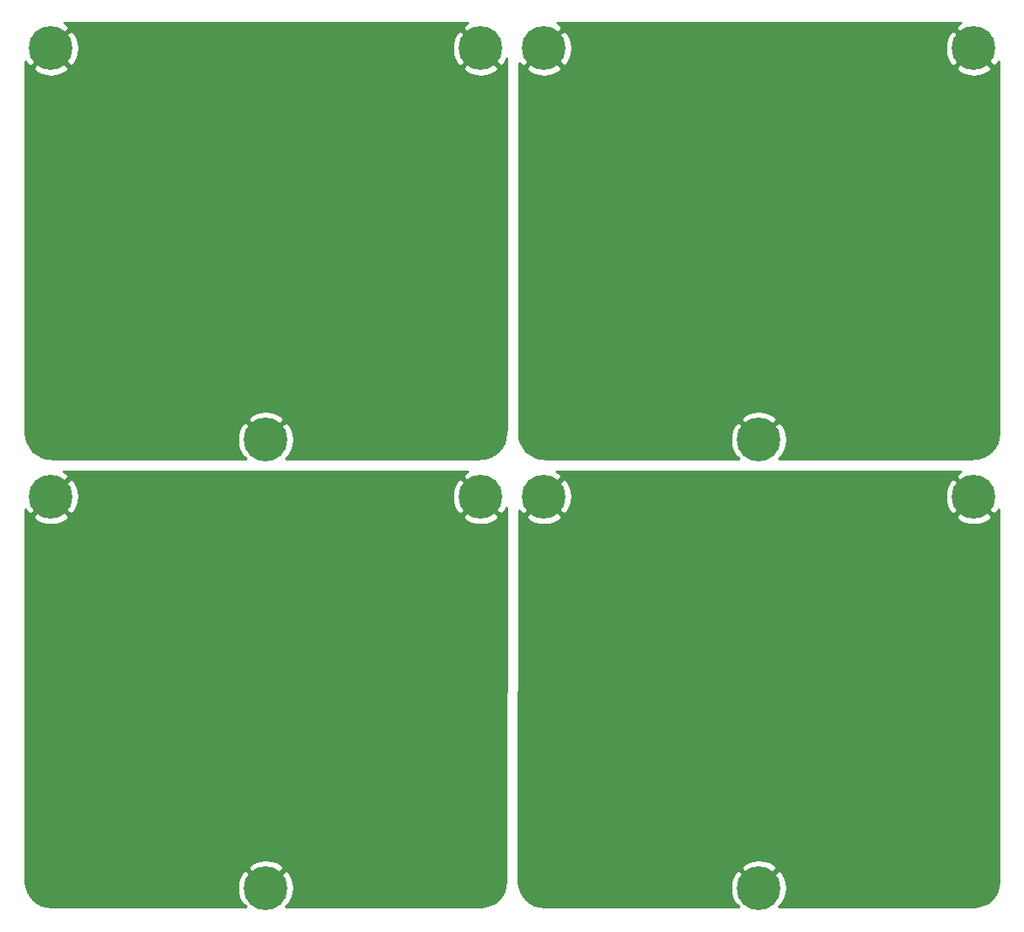
<source format=gbr>
G04 #@! TF.GenerationSoftware,KiCad,Pcbnew,5.1.5+dfsg1-2build2*
G04 #@! TF.CreationDate,2021-10-19T22:17:02+09:00*
G04 #@! TF.ProjectId,pcb,7063622e-6b69-4636-9164-5f7063625858,rev?*
G04 #@! TF.SameCoordinates,Original*
G04 #@! TF.FileFunction,Copper,L2,Bot*
G04 #@! TF.FilePolarity,Positive*
%FSLAX46Y46*%
G04 Gerber Fmt 4.6, Leading zero omitted, Abs format (unit mm)*
G04 Created by KiCad (PCBNEW 5.1.5+dfsg1-2build2) date 2021-10-19 22:17:02*
%MOMM*%
%LPD*%
G04 APERTURE LIST*
%ADD10C,4.400000*%
%ADD11C,0.700000*%
%ADD12C,0.254000*%
G04 APERTURE END LIST*
D10*
X158750000Y-53340000D03*
D11*
X160400000Y-53340000D03*
X159916726Y-54506726D03*
X158750000Y-54990000D03*
X157583274Y-54506726D03*
X157100000Y-53340000D03*
X157583274Y-52173274D03*
X158750000Y-51690000D03*
X159916726Y-52173274D03*
X116736726Y-97258274D03*
X115570000Y-96775000D03*
X114403274Y-97258274D03*
X113920000Y-98425000D03*
X114403274Y-99591726D03*
X115570000Y-100075000D03*
X116736726Y-99591726D03*
X117220000Y-98425000D03*
D10*
X115570000Y-98425000D03*
D11*
X159916726Y-97258274D03*
X158750000Y-96775000D03*
X157583274Y-97258274D03*
X157100000Y-98425000D03*
X157583274Y-99591726D03*
X158750000Y-100075000D03*
X159916726Y-99591726D03*
X160400000Y-98425000D03*
D10*
X158750000Y-98425000D03*
X137160000Y-137795000D03*
D11*
X138810000Y-137795000D03*
X138326726Y-138961726D03*
X137160000Y-139445000D03*
X135993274Y-138961726D03*
X135510000Y-137795000D03*
X135993274Y-136628274D03*
X137160000Y-136145000D03*
X138326726Y-136628274D03*
X88796726Y-136628274D03*
X87630000Y-136145000D03*
X86463274Y-136628274D03*
X85980000Y-137795000D03*
X86463274Y-138961726D03*
X87630000Y-139445000D03*
X88796726Y-138961726D03*
X89280000Y-137795000D03*
D10*
X87630000Y-137795000D03*
X109220000Y-98425000D03*
D11*
X110870000Y-98425000D03*
X110386726Y-99591726D03*
X109220000Y-100075000D03*
X108053274Y-99591726D03*
X107570000Y-98425000D03*
X108053274Y-97258274D03*
X109220000Y-96775000D03*
X110386726Y-97258274D03*
D10*
X66040000Y-98425000D03*
D11*
X67690000Y-98425000D03*
X67206726Y-99591726D03*
X66040000Y-100075000D03*
X64873274Y-99591726D03*
X64390000Y-98425000D03*
X64873274Y-97258274D03*
X66040000Y-96775000D03*
X67206726Y-97258274D03*
X138326726Y-91543274D03*
X137160000Y-91060000D03*
X135993274Y-91543274D03*
X135510000Y-92710000D03*
X135993274Y-93876726D03*
X137160000Y-94360000D03*
X138326726Y-93876726D03*
X138810000Y-92710000D03*
D10*
X137160000Y-92710000D03*
X115570000Y-53340000D03*
D11*
X117220000Y-53340000D03*
X116736726Y-54506726D03*
X115570000Y-54990000D03*
X114403274Y-54506726D03*
X113920000Y-53340000D03*
X114403274Y-52173274D03*
X115570000Y-51690000D03*
X116736726Y-52173274D03*
X67206726Y-52173274D03*
X66040000Y-51690000D03*
X64873274Y-52173274D03*
X64390000Y-53340000D03*
X64873274Y-54506726D03*
X66040000Y-54990000D03*
X67206726Y-54506726D03*
X67690000Y-53340000D03*
D10*
X66040000Y-53340000D03*
X87630000Y-92710000D03*
D11*
X89280000Y-92710000D03*
X88796726Y-93876726D03*
X87630000Y-94360000D03*
X86463274Y-93876726D03*
X85980000Y-92710000D03*
X86463274Y-91543274D03*
X87630000Y-91060000D03*
X88796726Y-91543274D03*
X110386726Y-52173274D03*
X109220000Y-51690000D03*
X108053274Y-52173274D03*
X107570000Y-53340000D03*
X108053274Y-54506726D03*
X109220000Y-54990000D03*
X110386726Y-54506726D03*
X110870000Y-53340000D03*
D10*
X109220000Y-53340000D03*
D12*
G36*
X107649976Y-50962982D02*
G01*
X107409830Y-51350225D01*
X109220000Y-53160395D01*
X109234143Y-53146253D01*
X109413748Y-53325858D01*
X109399605Y-53340000D01*
X111209775Y-55150170D01*
X111597018Y-54910024D01*
X111857641Y-54416123D01*
X111874190Y-54360504D01*
X111823254Y-91747380D01*
X111816638Y-91757043D01*
X111803473Y-91787758D01*
X111787471Y-91817107D01*
X111778159Y-91846820D01*
X111765894Y-91875436D01*
X111758945Y-91908129D01*
X111748950Y-91940021D01*
X111745587Y-91970974D01*
X111739113Y-92001431D01*
X111738150Y-92010596D01*
X111683998Y-92562883D01*
X111542307Y-93032186D01*
X111312161Y-93465028D01*
X111002323Y-93844927D01*
X110624600Y-94157406D01*
X110193373Y-94390569D01*
X109725073Y-94535532D01*
X109176877Y-94593150D01*
X109155595Y-94593150D01*
X109122810Y-94599642D01*
X109089557Y-94603019D01*
X109059777Y-94612123D01*
X109045248Y-94615000D01*
X89714608Y-94615000D01*
X89619777Y-94520169D01*
X90007018Y-94280024D01*
X90267641Y-93786123D01*
X90426901Y-93250867D01*
X90478678Y-92694826D01*
X90420981Y-92139368D01*
X90256028Y-91605839D01*
X90007018Y-91139976D01*
X89619775Y-90899830D01*
X87809605Y-92710000D01*
X87823748Y-92724143D01*
X87644143Y-92903748D01*
X87630000Y-92889605D01*
X87615858Y-92903748D01*
X87436253Y-92724143D01*
X87450395Y-92710000D01*
X85640225Y-90899830D01*
X85252982Y-91139976D01*
X84992359Y-91633877D01*
X84833099Y-92169133D01*
X84781322Y-92725174D01*
X84839019Y-93280632D01*
X85003972Y-93814161D01*
X85252982Y-94280024D01*
X85640223Y-94520169D01*
X85545392Y-94615000D01*
X66211835Y-94615000D01*
X66206869Y-94613944D01*
X66174978Y-94603950D01*
X66144027Y-94600587D01*
X66113569Y-94594113D01*
X66104404Y-94593150D01*
X65552117Y-94538998D01*
X65082814Y-94397307D01*
X64649972Y-94167161D01*
X64270073Y-93857323D01*
X63957594Y-93479600D01*
X63724431Y-93048373D01*
X63579468Y-92580073D01*
X63525000Y-92061847D01*
X63525000Y-90720225D01*
X85819830Y-90720225D01*
X87630000Y-92530395D01*
X89440170Y-90720225D01*
X89200024Y-90332982D01*
X88706123Y-90072359D01*
X88170867Y-89913099D01*
X87614826Y-89861322D01*
X87059368Y-89919019D01*
X86525839Y-90083972D01*
X86059976Y-90332982D01*
X85819830Y-90720225D01*
X63525000Y-90720225D01*
X63525000Y-55329775D01*
X64229830Y-55329775D01*
X64469976Y-55717018D01*
X64963877Y-55977641D01*
X65499133Y-56136901D01*
X66055174Y-56188678D01*
X66610632Y-56130981D01*
X67144161Y-55966028D01*
X67610024Y-55717018D01*
X67850170Y-55329775D01*
X107409830Y-55329775D01*
X107649976Y-55717018D01*
X108143877Y-55977641D01*
X108679133Y-56136901D01*
X109235174Y-56188678D01*
X109790632Y-56130981D01*
X110324161Y-55966028D01*
X110790024Y-55717018D01*
X111030170Y-55329775D01*
X109220000Y-53519605D01*
X107409830Y-55329775D01*
X67850170Y-55329775D01*
X66040000Y-53519605D01*
X64229830Y-55329775D01*
X63525000Y-55329775D01*
X63525000Y-54651879D01*
X63662982Y-54910024D01*
X64050225Y-55150170D01*
X65860395Y-53340000D01*
X66219605Y-53340000D01*
X68029775Y-55150170D01*
X68417018Y-54910024D01*
X68677641Y-54416123D01*
X68836901Y-53880867D01*
X68885852Y-53355174D01*
X106371322Y-53355174D01*
X106429019Y-53910632D01*
X106593972Y-54444161D01*
X106842982Y-54910024D01*
X107230225Y-55150170D01*
X109040395Y-53340000D01*
X107230225Y-51529830D01*
X106842982Y-51769976D01*
X106582359Y-52263877D01*
X106423099Y-52799133D01*
X106371322Y-53355174D01*
X68885852Y-53355174D01*
X68888678Y-53324826D01*
X68830981Y-52769368D01*
X68666028Y-52235839D01*
X68417018Y-51769976D01*
X68029775Y-51529830D01*
X66219605Y-53340000D01*
X65860395Y-53340000D01*
X65846253Y-53325858D01*
X66025858Y-53146253D01*
X66040000Y-53160395D01*
X67850170Y-51350225D01*
X67610024Y-50962982D01*
X67348537Y-50825000D01*
X107908121Y-50825000D01*
X107649976Y-50962982D01*
G37*
X107649976Y-50962982D02*
X107409830Y-51350225D01*
X109220000Y-53160395D01*
X109234143Y-53146253D01*
X109413748Y-53325858D01*
X109399605Y-53340000D01*
X111209775Y-55150170D01*
X111597018Y-54910024D01*
X111857641Y-54416123D01*
X111874190Y-54360504D01*
X111823254Y-91747380D01*
X111816638Y-91757043D01*
X111803473Y-91787758D01*
X111787471Y-91817107D01*
X111778159Y-91846820D01*
X111765894Y-91875436D01*
X111758945Y-91908129D01*
X111748950Y-91940021D01*
X111745587Y-91970974D01*
X111739113Y-92001431D01*
X111738150Y-92010596D01*
X111683998Y-92562883D01*
X111542307Y-93032186D01*
X111312161Y-93465028D01*
X111002323Y-93844927D01*
X110624600Y-94157406D01*
X110193373Y-94390569D01*
X109725073Y-94535532D01*
X109176877Y-94593150D01*
X109155595Y-94593150D01*
X109122810Y-94599642D01*
X109089557Y-94603019D01*
X109059777Y-94612123D01*
X109045248Y-94615000D01*
X89714608Y-94615000D01*
X89619777Y-94520169D01*
X90007018Y-94280024D01*
X90267641Y-93786123D01*
X90426901Y-93250867D01*
X90478678Y-92694826D01*
X90420981Y-92139368D01*
X90256028Y-91605839D01*
X90007018Y-91139976D01*
X89619775Y-90899830D01*
X87809605Y-92710000D01*
X87823748Y-92724143D01*
X87644143Y-92903748D01*
X87630000Y-92889605D01*
X87615858Y-92903748D01*
X87436253Y-92724143D01*
X87450395Y-92710000D01*
X85640225Y-90899830D01*
X85252982Y-91139976D01*
X84992359Y-91633877D01*
X84833099Y-92169133D01*
X84781322Y-92725174D01*
X84839019Y-93280632D01*
X85003972Y-93814161D01*
X85252982Y-94280024D01*
X85640223Y-94520169D01*
X85545392Y-94615000D01*
X66211835Y-94615000D01*
X66206869Y-94613944D01*
X66174978Y-94603950D01*
X66144027Y-94600587D01*
X66113569Y-94594113D01*
X66104404Y-94593150D01*
X65552117Y-94538998D01*
X65082814Y-94397307D01*
X64649972Y-94167161D01*
X64270073Y-93857323D01*
X63957594Y-93479600D01*
X63724431Y-93048373D01*
X63579468Y-92580073D01*
X63525000Y-92061847D01*
X63525000Y-90720225D01*
X85819830Y-90720225D01*
X87630000Y-92530395D01*
X89440170Y-90720225D01*
X89200024Y-90332982D01*
X88706123Y-90072359D01*
X88170867Y-89913099D01*
X87614826Y-89861322D01*
X87059368Y-89919019D01*
X86525839Y-90083972D01*
X86059976Y-90332982D01*
X85819830Y-90720225D01*
X63525000Y-90720225D01*
X63525000Y-55329775D01*
X64229830Y-55329775D01*
X64469976Y-55717018D01*
X64963877Y-55977641D01*
X65499133Y-56136901D01*
X66055174Y-56188678D01*
X66610632Y-56130981D01*
X67144161Y-55966028D01*
X67610024Y-55717018D01*
X67850170Y-55329775D01*
X107409830Y-55329775D01*
X107649976Y-55717018D01*
X108143877Y-55977641D01*
X108679133Y-56136901D01*
X109235174Y-56188678D01*
X109790632Y-56130981D01*
X110324161Y-55966028D01*
X110790024Y-55717018D01*
X111030170Y-55329775D01*
X109220000Y-53519605D01*
X107409830Y-55329775D01*
X67850170Y-55329775D01*
X66040000Y-53519605D01*
X64229830Y-55329775D01*
X63525000Y-55329775D01*
X63525000Y-54651879D01*
X63662982Y-54910024D01*
X64050225Y-55150170D01*
X65860395Y-53340000D01*
X66219605Y-53340000D01*
X68029775Y-55150170D01*
X68417018Y-54910024D01*
X68677641Y-54416123D01*
X68836901Y-53880867D01*
X68885852Y-53355174D01*
X106371322Y-53355174D01*
X106429019Y-53910632D01*
X106593972Y-54444161D01*
X106842982Y-54910024D01*
X107230225Y-55150170D01*
X109040395Y-53340000D01*
X107230225Y-51529830D01*
X106842982Y-51769976D01*
X106582359Y-52263877D01*
X106423099Y-52799133D01*
X106371322Y-53355174D01*
X68885852Y-53355174D01*
X68888678Y-53324826D01*
X68830981Y-52769368D01*
X68666028Y-52235839D01*
X68417018Y-51769976D01*
X68029775Y-51529830D01*
X66219605Y-53340000D01*
X65860395Y-53340000D01*
X65846253Y-53325858D01*
X66025858Y-53146253D01*
X66040000Y-53160395D01*
X67850170Y-51350225D01*
X67610024Y-50962982D01*
X67348537Y-50825000D01*
X107908121Y-50825000D01*
X107649976Y-50962982D01*
G36*
X157179976Y-50962982D02*
G01*
X156939830Y-51350225D01*
X158750000Y-53160395D01*
X158764143Y-53146253D01*
X158943748Y-53325858D01*
X158929605Y-53340000D01*
X160739775Y-55150170D01*
X161127018Y-54910024D01*
X161265001Y-54648535D01*
X161265000Y-92042722D01*
X161213998Y-92562883D01*
X161072307Y-93032186D01*
X160842161Y-93465028D01*
X160532323Y-93844927D01*
X160154600Y-94157406D01*
X159723373Y-94390569D01*
X159255073Y-94535532D01*
X158706877Y-94593150D01*
X158685595Y-94593150D01*
X158652810Y-94599642D01*
X158619557Y-94603019D01*
X158589777Y-94612123D01*
X158575248Y-94615000D01*
X139244608Y-94615000D01*
X139149777Y-94520169D01*
X139537018Y-94280024D01*
X139797641Y-93786123D01*
X139956901Y-93250867D01*
X140008678Y-92694826D01*
X139950981Y-92139368D01*
X139786028Y-91605839D01*
X139537018Y-91139976D01*
X139149775Y-90899830D01*
X137339605Y-92710000D01*
X137353748Y-92724143D01*
X137174143Y-92903748D01*
X137160000Y-92889605D01*
X137145858Y-92903748D01*
X136966253Y-92724143D01*
X136980395Y-92710000D01*
X135170225Y-90899830D01*
X134782982Y-91139976D01*
X134522359Y-91633877D01*
X134363099Y-92169133D01*
X134311322Y-92725174D01*
X134369019Y-93280632D01*
X134533972Y-93814161D01*
X134782982Y-94280024D01*
X135170223Y-94520169D01*
X135075392Y-94615000D01*
X115741835Y-94615000D01*
X115736869Y-94613944D01*
X115704978Y-94603950D01*
X115674027Y-94600587D01*
X115643569Y-94594113D01*
X115634404Y-94593150D01*
X115082117Y-94538998D01*
X114612814Y-94397307D01*
X114179972Y-94167161D01*
X113800073Y-93857323D01*
X113487594Y-93479600D01*
X113254431Y-93048373D01*
X113109468Y-92580073D01*
X113092342Y-92417128D01*
X113094653Y-90720225D01*
X135349830Y-90720225D01*
X137160000Y-92530395D01*
X138970170Y-90720225D01*
X138730024Y-90332982D01*
X138236123Y-90072359D01*
X137700867Y-89913099D01*
X137144826Y-89861322D01*
X136589368Y-89919019D01*
X136055839Y-90083972D01*
X135589976Y-90332982D01*
X135349830Y-90720225D01*
X113094653Y-90720225D01*
X113142870Y-55329775D01*
X113759830Y-55329775D01*
X113999976Y-55717018D01*
X114493877Y-55977641D01*
X115029133Y-56136901D01*
X115585174Y-56188678D01*
X116140632Y-56130981D01*
X116674161Y-55966028D01*
X117140024Y-55717018D01*
X117380170Y-55329775D01*
X156939830Y-55329775D01*
X157179976Y-55717018D01*
X157673877Y-55977641D01*
X158209133Y-56136901D01*
X158765174Y-56188678D01*
X159320632Y-56130981D01*
X159854161Y-55966028D01*
X160320024Y-55717018D01*
X160560170Y-55329775D01*
X158750000Y-53519605D01*
X156939830Y-55329775D01*
X117380170Y-55329775D01*
X115570000Y-53519605D01*
X113759830Y-55329775D01*
X113142870Y-55329775D01*
X113143568Y-54817576D01*
X113192982Y-54910024D01*
X113580225Y-55150170D01*
X115390395Y-53340000D01*
X115749605Y-53340000D01*
X117559775Y-55150170D01*
X117947018Y-54910024D01*
X118207641Y-54416123D01*
X118366901Y-53880867D01*
X118415852Y-53355174D01*
X155901322Y-53355174D01*
X155959019Y-53910632D01*
X156123972Y-54444161D01*
X156372982Y-54910024D01*
X156760225Y-55150170D01*
X158570395Y-53340000D01*
X156760225Y-51529830D01*
X156372982Y-51769976D01*
X156112359Y-52263877D01*
X155953099Y-52799133D01*
X155901322Y-53355174D01*
X118415852Y-53355174D01*
X118418678Y-53324826D01*
X118360981Y-52769368D01*
X118196028Y-52235839D01*
X117947018Y-51769976D01*
X117559775Y-51529830D01*
X115749605Y-53340000D01*
X115390395Y-53340000D01*
X115376253Y-53325858D01*
X115555858Y-53146253D01*
X115570000Y-53160395D01*
X117380170Y-51350225D01*
X117140024Y-50962982D01*
X116878537Y-50825000D01*
X157438121Y-50825000D01*
X157179976Y-50962982D01*
G37*
X157179976Y-50962982D02*
X156939830Y-51350225D01*
X158750000Y-53160395D01*
X158764143Y-53146253D01*
X158943748Y-53325858D01*
X158929605Y-53340000D01*
X160739775Y-55150170D01*
X161127018Y-54910024D01*
X161265001Y-54648535D01*
X161265000Y-92042722D01*
X161213998Y-92562883D01*
X161072307Y-93032186D01*
X160842161Y-93465028D01*
X160532323Y-93844927D01*
X160154600Y-94157406D01*
X159723373Y-94390569D01*
X159255073Y-94535532D01*
X158706877Y-94593150D01*
X158685595Y-94593150D01*
X158652810Y-94599642D01*
X158619557Y-94603019D01*
X158589777Y-94612123D01*
X158575248Y-94615000D01*
X139244608Y-94615000D01*
X139149777Y-94520169D01*
X139537018Y-94280024D01*
X139797641Y-93786123D01*
X139956901Y-93250867D01*
X140008678Y-92694826D01*
X139950981Y-92139368D01*
X139786028Y-91605839D01*
X139537018Y-91139976D01*
X139149775Y-90899830D01*
X137339605Y-92710000D01*
X137353748Y-92724143D01*
X137174143Y-92903748D01*
X137160000Y-92889605D01*
X137145858Y-92903748D01*
X136966253Y-92724143D01*
X136980395Y-92710000D01*
X135170225Y-90899830D01*
X134782982Y-91139976D01*
X134522359Y-91633877D01*
X134363099Y-92169133D01*
X134311322Y-92725174D01*
X134369019Y-93280632D01*
X134533972Y-93814161D01*
X134782982Y-94280024D01*
X135170223Y-94520169D01*
X135075392Y-94615000D01*
X115741835Y-94615000D01*
X115736869Y-94613944D01*
X115704978Y-94603950D01*
X115674027Y-94600587D01*
X115643569Y-94594113D01*
X115634404Y-94593150D01*
X115082117Y-94538998D01*
X114612814Y-94397307D01*
X114179972Y-94167161D01*
X113800073Y-93857323D01*
X113487594Y-93479600D01*
X113254431Y-93048373D01*
X113109468Y-92580073D01*
X113092342Y-92417128D01*
X113094653Y-90720225D01*
X135349830Y-90720225D01*
X137160000Y-92530395D01*
X138970170Y-90720225D01*
X138730024Y-90332982D01*
X138236123Y-90072359D01*
X137700867Y-89913099D01*
X137144826Y-89861322D01*
X136589368Y-89919019D01*
X136055839Y-90083972D01*
X135589976Y-90332982D01*
X135349830Y-90720225D01*
X113094653Y-90720225D01*
X113142870Y-55329775D01*
X113759830Y-55329775D01*
X113999976Y-55717018D01*
X114493877Y-55977641D01*
X115029133Y-56136901D01*
X115585174Y-56188678D01*
X116140632Y-56130981D01*
X116674161Y-55966028D01*
X117140024Y-55717018D01*
X117380170Y-55329775D01*
X156939830Y-55329775D01*
X157179976Y-55717018D01*
X157673877Y-55977641D01*
X158209133Y-56136901D01*
X158765174Y-56188678D01*
X159320632Y-56130981D01*
X159854161Y-55966028D01*
X160320024Y-55717018D01*
X160560170Y-55329775D01*
X158750000Y-53519605D01*
X156939830Y-55329775D01*
X117380170Y-55329775D01*
X115570000Y-53519605D01*
X113759830Y-55329775D01*
X113142870Y-55329775D01*
X113143568Y-54817576D01*
X113192982Y-54910024D01*
X113580225Y-55150170D01*
X115390395Y-53340000D01*
X115749605Y-53340000D01*
X117559775Y-55150170D01*
X117947018Y-54910024D01*
X118207641Y-54416123D01*
X118366901Y-53880867D01*
X118415852Y-53355174D01*
X155901322Y-53355174D01*
X155959019Y-53910632D01*
X156123972Y-54444161D01*
X156372982Y-54910024D01*
X156760225Y-55150170D01*
X158570395Y-53340000D01*
X156760225Y-51529830D01*
X156372982Y-51769976D01*
X156112359Y-52263877D01*
X155953099Y-52799133D01*
X155901322Y-53355174D01*
X118415852Y-53355174D01*
X118418678Y-53324826D01*
X118360981Y-52769368D01*
X118196028Y-52235839D01*
X117947018Y-51769976D01*
X117559775Y-51529830D01*
X115749605Y-53340000D01*
X115390395Y-53340000D01*
X115376253Y-53325858D01*
X115555858Y-53146253D01*
X115570000Y-53160395D01*
X117380170Y-51350225D01*
X117140024Y-50962982D01*
X116878537Y-50825000D01*
X157438121Y-50825000D01*
X157179976Y-50962982D01*
G36*
X157179976Y-96047982D02*
G01*
X156939830Y-96435225D01*
X158750000Y-98245395D01*
X158764143Y-98231253D01*
X158943748Y-98410858D01*
X158929605Y-98425000D01*
X160739775Y-100235170D01*
X161127018Y-99995024D01*
X161265001Y-99733535D01*
X161265000Y-137127722D01*
X161213998Y-137647883D01*
X161072307Y-138117186D01*
X160842161Y-138550028D01*
X160532323Y-138929927D01*
X160154600Y-139242406D01*
X159723373Y-139475569D01*
X159255073Y-139620532D01*
X158736847Y-139675000D01*
X139219608Y-139675000D01*
X139149777Y-139605169D01*
X139537018Y-139365024D01*
X139797641Y-138871123D01*
X139956901Y-138335867D01*
X140008678Y-137779826D01*
X139950981Y-137224368D01*
X139786028Y-136690839D01*
X139537018Y-136224976D01*
X139149775Y-135984830D01*
X137339605Y-137795000D01*
X137353748Y-137809143D01*
X137174143Y-137988748D01*
X137160000Y-137974605D01*
X137145858Y-137988748D01*
X136966253Y-137809143D01*
X136980395Y-137795000D01*
X135170225Y-135984830D01*
X134782982Y-136224976D01*
X134522359Y-136718877D01*
X134363099Y-137254133D01*
X134311322Y-137810174D01*
X134369019Y-138365632D01*
X134533972Y-138899161D01*
X134782982Y-139365024D01*
X135170223Y-139605169D01*
X135100392Y-139675000D01*
X115602278Y-139675000D01*
X115082117Y-139623998D01*
X114612814Y-139482307D01*
X114179972Y-139252161D01*
X113800073Y-138942323D01*
X113487594Y-138564600D01*
X113254431Y-138133373D01*
X113109468Y-137665073D01*
X113051850Y-137116877D01*
X113051850Y-137095595D01*
X113045358Y-137062810D01*
X113041981Y-137029557D01*
X113032877Y-136999777D01*
X113031611Y-136993386D01*
X113033229Y-135805225D01*
X135349830Y-135805225D01*
X137160000Y-137615395D01*
X138970170Y-135805225D01*
X138730024Y-135417982D01*
X138236123Y-135157359D01*
X137700867Y-134998099D01*
X137144826Y-134946322D01*
X136589368Y-135004019D01*
X136055839Y-135168972D01*
X135589976Y-135417982D01*
X135349830Y-135805225D01*
X113033229Y-135805225D01*
X113081446Y-100414775D01*
X113759830Y-100414775D01*
X113999976Y-100802018D01*
X114493877Y-101062641D01*
X115029133Y-101221901D01*
X115585174Y-101273678D01*
X116140632Y-101215981D01*
X116674161Y-101051028D01*
X117140024Y-100802018D01*
X117380170Y-100414775D01*
X156939830Y-100414775D01*
X157179976Y-100802018D01*
X157673877Y-101062641D01*
X158209133Y-101221901D01*
X158765174Y-101273678D01*
X159320632Y-101215981D01*
X159854161Y-101051028D01*
X160320024Y-100802018D01*
X160560170Y-100414775D01*
X158750000Y-98604605D01*
X156939830Y-100414775D01*
X117380170Y-100414775D01*
X115570000Y-98604605D01*
X113759830Y-100414775D01*
X113081446Y-100414775D01*
X113082300Y-99787953D01*
X113192982Y-99995024D01*
X113580225Y-100235170D01*
X115390395Y-98425000D01*
X115749605Y-98425000D01*
X117559775Y-100235170D01*
X117947018Y-99995024D01*
X118207641Y-99501123D01*
X118366901Y-98965867D01*
X118415852Y-98440174D01*
X155901322Y-98440174D01*
X155959019Y-98995632D01*
X156123972Y-99529161D01*
X156372982Y-99995024D01*
X156760225Y-100235170D01*
X158570395Y-98425000D01*
X156760225Y-96614830D01*
X156372982Y-96854976D01*
X156112359Y-97348877D01*
X155953099Y-97884133D01*
X155901322Y-98440174D01*
X118415852Y-98440174D01*
X118418678Y-98409826D01*
X118360981Y-97854368D01*
X118196028Y-97320839D01*
X117947018Y-96854976D01*
X117559775Y-96614830D01*
X115749605Y-98425000D01*
X115390395Y-98425000D01*
X115376253Y-98410858D01*
X115555858Y-98231253D01*
X115570000Y-98245395D01*
X117380170Y-96435225D01*
X117140024Y-96047982D01*
X116831160Y-95885000D01*
X157484893Y-95885000D01*
X157179976Y-96047982D01*
G37*
X157179976Y-96047982D02*
X156939830Y-96435225D01*
X158750000Y-98245395D01*
X158764143Y-98231253D01*
X158943748Y-98410858D01*
X158929605Y-98425000D01*
X160739775Y-100235170D01*
X161127018Y-99995024D01*
X161265001Y-99733535D01*
X161265000Y-137127722D01*
X161213998Y-137647883D01*
X161072307Y-138117186D01*
X160842161Y-138550028D01*
X160532323Y-138929927D01*
X160154600Y-139242406D01*
X159723373Y-139475569D01*
X159255073Y-139620532D01*
X158736847Y-139675000D01*
X139219608Y-139675000D01*
X139149777Y-139605169D01*
X139537018Y-139365024D01*
X139797641Y-138871123D01*
X139956901Y-138335867D01*
X140008678Y-137779826D01*
X139950981Y-137224368D01*
X139786028Y-136690839D01*
X139537018Y-136224976D01*
X139149775Y-135984830D01*
X137339605Y-137795000D01*
X137353748Y-137809143D01*
X137174143Y-137988748D01*
X137160000Y-137974605D01*
X137145858Y-137988748D01*
X136966253Y-137809143D01*
X136980395Y-137795000D01*
X135170225Y-135984830D01*
X134782982Y-136224976D01*
X134522359Y-136718877D01*
X134363099Y-137254133D01*
X134311322Y-137810174D01*
X134369019Y-138365632D01*
X134533972Y-138899161D01*
X134782982Y-139365024D01*
X135170223Y-139605169D01*
X135100392Y-139675000D01*
X115602278Y-139675000D01*
X115082117Y-139623998D01*
X114612814Y-139482307D01*
X114179972Y-139252161D01*
X113800073Y-138942323D01*
X113487594Y-138564600D01*
X113254431Y-138133373D01*
X113109468Y-137665073D01*
X113051850Y-137116877D01*
X113051850Y-137095595D01*
X113045358Y-137062810D01*
X113041981Y-137029557D01*
X113032877Y-136999777D01*
X113031611Y-136993386D01*
X113033229Y-135805225D01*
X135349830Y-135805225D01*
X137160000Y-137615395D01*
X138970170Y-135805225D01*
X138730024Y-135417982D01*
X138236123Y-135157359D01*
X137700867Y-134998099D01*
X137144826Y-134946322D01*
X136589368Y-135004019D01*
X136055839Y-135168972D01*
X135589976Y-135417982D01*
X135349830Y-135805225D01*
X113033229Y-135805225D01*
X113081446Y-100414775D01*
X113759830Y-100414775D01*
X113999976Y-100802018D01*
X114493877Y-101062641D01*
X115029133Y-101221901D01*
X115585174Y-101273678D01*
X116140632Y-101215981D01*
X116674161Y-101051028D01*
X117140024Y-100802018D01*
X117380170Y-100414775D01*
X156939830Y-100414775D01*
X157179976Y-100802018D01*
X157673877Y-101062641D01*
X158209133Y-101221901D01*
X158765174Y-101273678D01*
X159320632Y-101215981D01*
X159854161Y-101051028D01*
X160320024Y-100802018D01*
X160560170Y-100414775D01*
X158750000Y-98604605D01*
X156939830Y-100414775D01*
X117380170Y-100414775D01*
X115570000Y-98604605D01*
X113759830Y-100414775D01*
X113081446Y-100414775D01*
X113082300Y-99787953D01*
X113192982Y-99995024D01*
X113580225Y-100235170D01*
X115390395Y-98425000D01*
X115749605Y-98425000D01*
X117559775Y-100235170D01*
X117947018Y-99995024D01*
X118207641Y-99501123D01*
X118366901Y-98965867D01*
X118415852Y-98440174D01*
X155901322Y-98440174D01*
X155959019Y-98995632D01*
X156123972Y-99529161D01*
X156372982Y-99995024D01*
X156760225Y-100235170D01*
X158570395Y-98425000D01*
X156760225Y-96614830D01*
X156372982Y-96854976D01*
X156112359Y-97348877D01*
X155953099Y-97884133D01*
X155901322Y-98440174D01*
X118415852Y-98440174D01*
X118418678Y-98409826D01*
X118360981Y-97854368D01*
X118196028Y-97320839D01*
X117947018Y-96854976D01*
X117559775Y-96614830D01*
X115749605Y-98425000D01*
X115390395Y-98425000D01*
X115376253Y-98410858D01*
X115555858Y-98231253D01*
X115570000Y-98245395D01*
X117380170Y-96435225D01*
X117140024Y-96047982D01*
X116831160Y-95885000D01*
X157484893Y-95885000D01*
X157179976Y-96047982D01*
G36*
X107649976Y-96047982D02*
G01*
X107409830Y-96435225D01*
X109220000Y-98245395D01*
X109234143Y-98231253D01*
X109413748Y-98410858D01*
X109399605Y-98425000D01*
X111209775Y-100235170D01*
X111597018Y-99995024D01*
X111812574Y-99586529D01*
X111761629Y-136980504D01*
X111758945Y-136993129D01*
X111748950Y-137025021D01*
X111745587Y-137055974D01*
X111739113Y-137086431D01*
X111738150Y-137095596D01*
X111683998Y-137647883D01*
X111542307Y-138117186D01*
X111312161Y-138550028D01*
X111002323Y-138929927D01*
X110624600Y-139242406D01*
X110193373Y-139475569D01*
X109725073Y-139620532D01*
X109206847Y-139675000D01*
X89689608Y-139675000D01*
X89619777Y-139605169D01*
X90007018Y-139365024D01*
X90267641Y-138871123D01*
X90426901Y-138335867D01*
X90478678Y-137779826D01*
X90420981Y-137224368D01*
X90256028Y-136690839D01*
X90007018Y-136224976D01*
X89619775Y-135984830D01*
X87809605Y-137795000D01*
X87823748Y-137809143D01*
X87644143Y-137988748D01*
X87630000Y-137974605D01*
X87615858Y-137988748D01*
X87436253Y-137809143D01*
X87450395Y-137795000D01*
X85640225Y-135984830D01*
X85252982Y-136224976D01*
X84992359Y-136718877D01*
X84833099Y-137254133D01*
X84781322Y-137810174D01*
X84839019Y-138365632D01*
X85003972Y-138899161D01*
X85252982Y-139365024D01*
X85640223Y-139605169D01*
X85570392Y-139675000D01*
X66072278Y-139675000D01*
X65552117Y-139623998D01*
X65082814Y-139482307D01*
X64649972Y-139252161D01*
X64270073Y-138942323D01*
X63957594Y-138564600D01*
X63724431Y-138133373D01*
X63579468Y-137665073D01*
X63525000Y-137146847D01*
X63525000Y-135805225D01*
X85819830Y-135805225D01*
X87630000Y-137615395D01*
X89440170Y-135805225D01*
X89200024Y-135417982D01*
X88706123Y-135157359D01*
X88170867Y-134998099D01*
X87614826Y-134946322D01*
X87059368Y-135004019D01*
X86525839Y-135168972D01*
X86059976Y-135417982D01*
X85819830Y-135805225D01*
X63525000Y-135805225D01*
X63525000Y-100414775D01*
X64229830Y-100414775D01*
X64469976Y-100802018D01*
X64963877Y-101062641D01*
X65499133Y-101221901D01*
X66055174Y-101273678D01*
X66610632Y-101215981D01*
X67144161Y-101051028D01*
X67610024Y-100802018D01*
X67850170Y-100414775D01*
X107409830Y-100414775D01*
X107649976Y-100802018D01*
X108143877Y-101062641D01*
X108679133Y-101221901D01*
X109235174Y-101273678D01*
X109790632Y-101215981D01*
X110324161Y-101051028D01*
X110790024Y-100802018D01*
X111030170Y-100414775D01*
X109220000Y-98604605D01*
X107409830Y-100414775D01*
X67850170Y-100414775D01*
X66040000Y-98604605D01*
X64229830Y-100414775D01*
X63525000Y-100414775D01*
X63525000Y-99736879D01*
X63662982Y-99995024D01*
X64050225Y-100235170D01*
X65860395Y-98425000D01*
X66219605Y-98425000D01*
X68029775Y-100235170D01*
X68417018Y-99995024D01*
X68677641Y-99501123D01*
X68836901Y-98965867D01*
X68885852Y-98440174D01*
X106371322Y-98440174D01*
X106429019Y-98995632D01*
X106593972Y-99529161D01*
X106842982Y-99995024D01*
X107230225Y-100235170D01*
X109040395Y-98425000D01*
X107230225Y-96614830D01*
X106842982Y-96854976D01*
X106582359Y-97348877D01*
X106423099Y-97884133D01*
X106371322Y-98440174D01*
X68885852Y-98440174D01*
X68888678Y-98409826D01*
X68830981Y-97854368D01*
X68666028Y-97320839D01*
X68417018Y-96854976D01*
X68029775Y-96614830D01*
X66219605Y-98425000D01*
X65860395Y-98425000D01*
X65846253Y-98410858D01*
X66025858Y-98231253D01*
X66040000Y-98245395D01*
X67850170Y-96435225D01*
X67610024Y-96047982D01*
X67301160Y-95885000D01*
X107954893Y-95885000D01*
X107649976Y-96047982D01*
G37*
X107649976Y-96047982D02*
X107409830Y-96435225D01*
X109220000Y-98245395D01*
X109234143Y-98231253D01*
X109413748Y-98410858D01*
X109399605Y-98425000D01*
X111209775Y-100235170D01*
X111597018Y-99995024D01*
X111812574Y-99586529D01*
X111761629Y-136980504D01*
X111758945Y-136993129D01*
X111748950Y-137025021D01*
X111745587Y-137055974D01*
X111739113Y-137086431D01*
X111738150Y-137095596D01*
X111683998Y-137647883D01*
X111542307Y-138117186D01*
X111312161Y-138550028D01*
X111002323Y-138929927D01*
X110624600Y-139242406D01*
X110193373Y-139475569D01*
X109725073Y-139620532D01*
X109206847Y-139675000D01*
X89689608Y-139675000D01*
X89619777Y-139605169D01*
X90007018Y-139365024D01*
X90267641Y-138871123D01*
X90426901Y-138335867D01*
X90478678Y-137779826D01*
X90420981Y-137224368D01*
X90256028Y-136690839D01*
X90007018Y-136224976D01*
X89619775Y-135984830D01*
X87809605Y-137795000D01*
X87823748Y-137809143D01*
X87644143Y-137988748D01*
X87630000Y-137974605D01*
X87615858Y-137988748D01*
X87436253Y-137809143D01*
X87450395Y-137795000D01*
X85640225Y-135984830D01*
X85252982Y-136224976D01*
X84992359Y-136718877D01*
X84833099Y-137254133D01*
X84781322Y-137810174D01*
X84839019Y-138365632D01*
X85003972Y-138899161D01*
X85252982Y-139365024D01*
X85640223Y-139605169D01*
X85570392Y-139675000D01*
X66072278Y-139675000D01*
X65552117Y-139623998D01*
X65082814Y-139482307D01*
X64649972Y-139252161D01*
X64270073Y-138942323D01*
X63957594Y-138564600D01*
X63724431Y-138133373D01*
X63579468Y-137665073D01*
X63525000Y-137146847D01*
X63525000Y-135805225D01*
X85819830Y-135805225D01*
X87630000Y-137615395D01*
X89440170Y-135805225D01*
X89200024Y-135417982D01*
X88706123Y-135157359D01*
X88170867Y-134998099D01*
X87614826Y-134946322D01*
X87059368Y-135004019D01*
X86525839Y-135168972D01*
X86059976Y-135417982D01*
X85819830Y-135805225D01*
X63525000Y-135805225D01*
X63525000Y-100414775D01*
X64229830Y-100414775D01*
X64469976Y-100802018D01*
X64963877Y-101062641D01*
X65499133Y-101221901D01*
X66055174Y-101273678D01*
X66610632Y-101215981D01*
X67144161Y-101051028D01*
X67610024Y-100802018D01*
X67850170Y-100414775D01*
X107409830Y-100414775D01*
X107649976Y-100802018D01*
X108143877Y-101062641D01*
X108679133Y-101221901D01*
X109235174Y-101273678D01*
X109790632Y-101215981D01*
X110324161Y-101051028D01*
X110790024Y-100802018D01*
X111030170Y-100414775D01*
X109220000Y-98604605D01*
X107409830Y-100414775D01*
X67850170Y-100414775D01*
X66040000Y-98604605D01*
X64229830Y-100414775D01*
X63525000Y-100414775D01*
X63525000Y-99736879D01*
X63662982Y-99995024D01*
X64050225Y-100235170D01*
X65860395Y-98425000D01*
X66219605Y-98425000D01*
X68029775Y-100235170D01*
X68417018Y-99995024D01*
X68677641Y-99501123D01*
X68836901Y-98965867D01*
X68885852Y-98440174D01*
X106371322Y-98440174D01*
X106429019Y-98995632D01*
X106593972Y-99529161D01*
X106842982Y-99995024D01*
X107230225Y-100235170D01*
X109040395Y-98425000D01*
X107230225Y-96614830D01*
X106842982Y-96854976D01*
X106582359Y-97348877D01*
X106423099Y-97884133D01*
X106371322Y-98440174D01*
X68885852Y-98440174D01*
X68888678Y-98409826D01*
X68830981Y-97854368D01*
X68666028Y-97320839D01*
X68417018Y-96854976D01*
X68029775Y-96614830D01*
X66219605Y-98425000D01*
X65860395Y-98425000D01*
X65846253Y-98410858D01*
X66025858Y-98231253D01*
X66040000Y-98245395D01*
X67850170Y-96435225D01*
X67610024Y-96047982D01*
X67301160Y-95885000D01*
X107954893Y-95885000D01*
X107649976Y-96047982D01*
M02*

</source>
